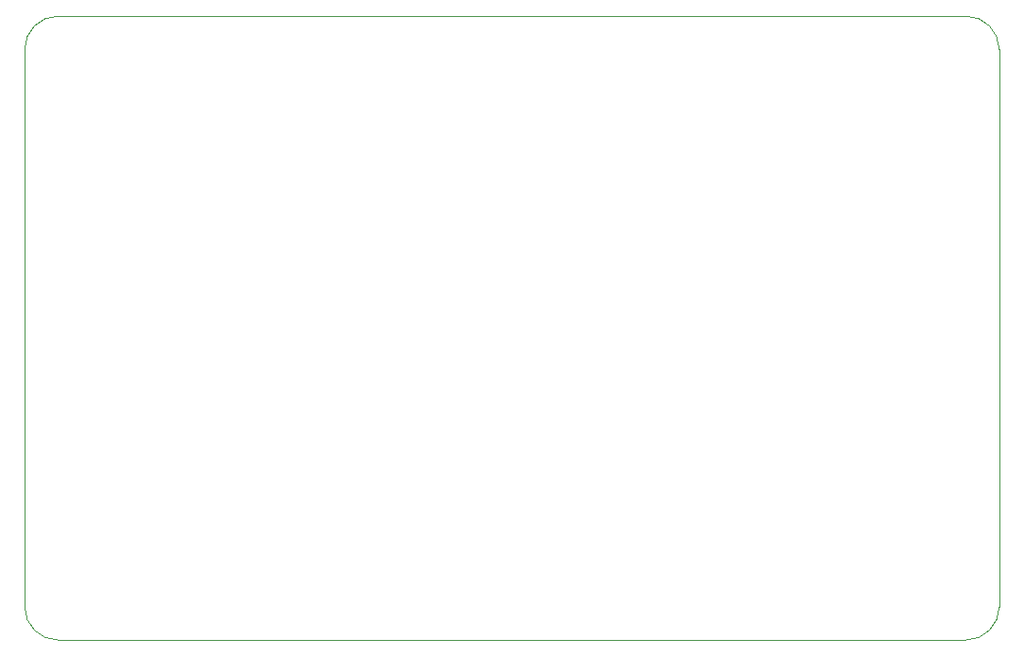
<source format=gm1>
%TF.GenerationSoftware,KiCad,Pcbnew,6.0.1-79c1e3a40b~116~ubuntu20.04.1*%
%TF.CreationDate,2022-02-02T21:23:13+02:00*%
%TF.ProjectId,PiUPS,50695550-532e-46b6-9963-61645f706362,rev?*%
%TF.SameCoordinates,Original*%
%TF.FileFunction,Profile,NP*%
%FSLAX46Y46*%
G04 Gerber Fmt 4.6, Leading zero omitted, Abs format (unit mm)*
G04 Created by KiCad (PCBNEW 6.0.1-79c1e3a40b~116~ubuntu20.04.1) date 2022-02-02 21:23:13*
%MOMM*%
%LPD*%
G01*
G04 APERTURE LIST*
%TA.AperFunction,Profile*%
%ADD10C,0.050000*%
%TD*%
G04 APERTURE END LIST*
D10*
X150750000Y-123400000D02*
G75*
G03*
X153750416Y-120399584I-2J3000418D01*
G01*
X153750416Y-120399584D02*
X153750832Y-70425000D01*
X153750832Y-70425000D02*
G75*
G03*
X150750416Y-67424584I-3000418J-2D01*
G01*
X150750416Y-67424584D02*
X69400416Y-67424584D01*
X69400416Y-67424584D02*
G75*
G03*
X66400000Y-70425000I2J-3000418D01*
G01*
X66399584Y-120399584D02*
X66400000Y-70425000D01*
X66399584Y-120399584D02*
G75*
G03*
X69400000Y-123400000I3000418J2D01*
G01*
X150750000Y-123400000D02*
X69400000Y-123400000D01*
M02*

</source>
